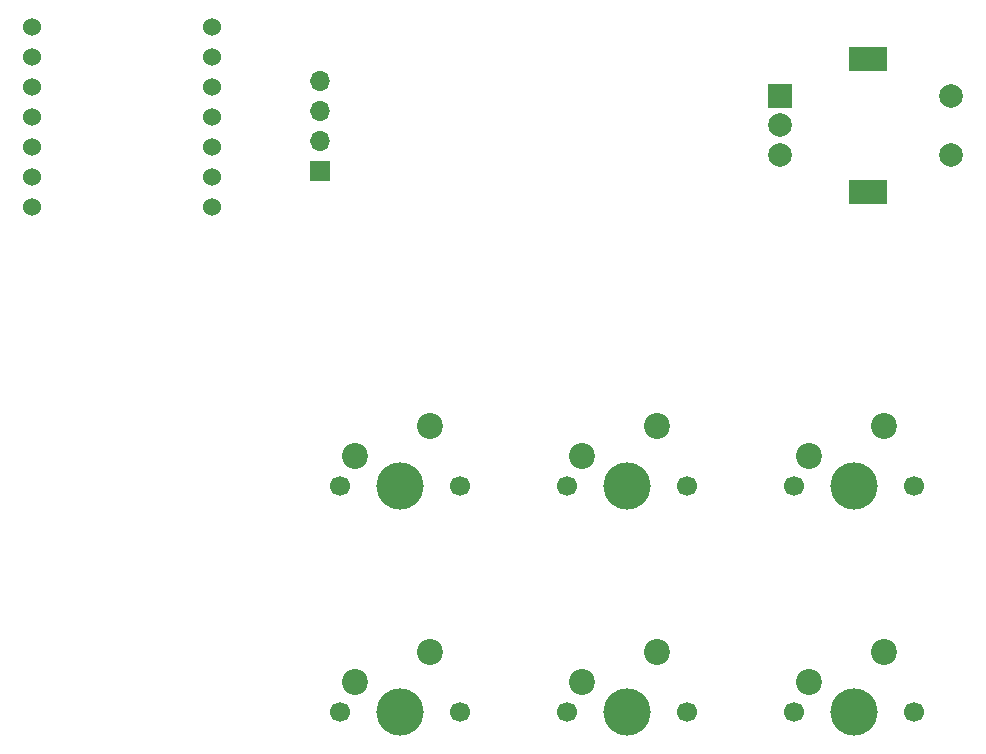
<source format=gbs>
%TF.GenerationSoftware,KiCad,Pcbnew,9.0.6*%
%TF.CreationDate,2025-12-23T15:21:00+08:00*%
%TF.ProjectId,jays-hackpad,6a617973-2d68-4616-936b-7061642e6b69,rev?*%
%TF.SameCoordinates,Original*%
%TF.FileFunction,Soldermask,Bot*%
%TF.FilePolarity,Negative*%
%FSLAX46Y46*%
G04 Gerber Fmt 4.6, Leading zero omitted, Abs format (unit mm)*
G04 Created by KiCad (PCBNEW 9.0.6) date 2025-12-23 15:21:00*
%MOMM*%
%LPD*%
G01*
G04 APERTURE LIST*
%ADD10R,2.000000X2.000000*%
%ADD11C,2.000000*%
%ADD12R,3.200000X2.000000*%
%ADD13C,1.700000*%
%ADD14C,4.000000*%
%ADD15C,2.200000*%
%ADD16R,1.700000X1.700000*%
%ADD17O,1.700000X1.700000*%
%ADD18C,1.524000*%
G04 APERTURE END LIST*
D10*
%TO.C,SW7*%
X144650000Y-69900000D03*
D11*
X144650000Y-74900000D03*
X144650000Y-72400000D03*
D12*
X152150000Y-66800000D03*
X152150000Y-78000000D03*
D11*
X159150000Y-74900000D03*
X159150000Y-69900000D03*
%TD*%
D13*
%TO.C,SW5*%
X126620000Y-122100000D03*
D14*
X131700000Y-122100000D03*
D13*
X136780000Y-122100000D03*
D15*
X134240000Y-117020000D03*
X127890000Y-119560000D03*
%TD*%
D16*
%TO.C,Brd1*%
X105685000Y-76295000D03*
D17*
X105685000Y-73755000D03*
X105685000Y-71215000D03*
X105685000Y-68675000D03*
%TD*%
D13*
%TO.C,SW6*%
X145820000Y-122100000D03*
D14*
X150900000Y-122100000D03*
D13*
X155980000Y-122100000D03*
D15*
X153440000Y-117020000D03*
X147090000Y-119560000D03*
%TD*%
D13*
%TO.C,SW3*%
X145820000Y-102900000D03*
D14*
X150900000Y-102900000D03*
D13*
X155980000Y-102900000D03*
D15*
X153440000Y-97820000D03*
X147090000Y-100360000D03*
%TD*%
D13*
%TO.C,SW2*%
X126620000Y-102900000D03*
D14*
X131700000Y-102900000D03*
D13*
X136780000Y-102900000D03*
D15*
X134240000Y-97820000D03*
X127890000Y-100360000D03*
%TD*%
D13*
%TO.C,SW4*%
X107420000Y-122100000D03*
D14*
X112500000Y-122100000D03*
D13*
X117580000Y-122100000D03*
D15*
X115040000Y-117020000D03*
X108690000Y-119560000D03*
%TD*%
D18*
%TO.C,U1*%
X81380000Y-64080000D03*
X81380000Y-66620000D03*
X81380000Y-69160000D03*
X81380000Y-71700000D03*
X81380000Y-74240000D03*
X81380000Y-76780000D03*
X81380000Y-79320000D03*
X96620000Y-79320000D03*
X96620000Y-76780000D03*
X96620000Y-74240000D03*
X96620000Y-71700000D03*
X96620000Y-69160000D03*
X96620000Y-66620000D03*
X96620000Y-64080000D03*
%TD*%
D13*
%TO.C,SW1*%
X107420000Y-102900000D03*
D14*
X112500000Y-102900000D03*
D13*
X117580000Y-102900000D03*
D15*
X115040000Y-97820000D03*
X108690000Y-100360000D03*
%TD*%
M02*

</source>
